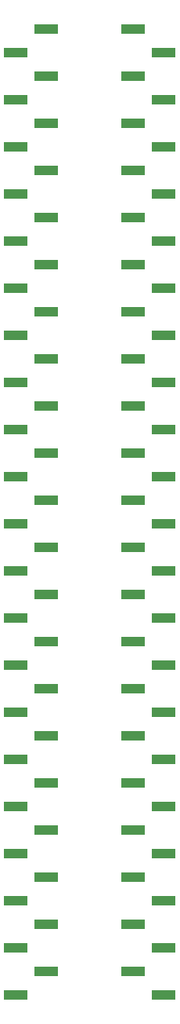
<source format=gbp>
G04 #@! TF.GenerationSoftware,KiCad,Pcbnew,9.0.6*
G04 #@! TF.CreationDate,2026-01-07T12:33:40-06:00*
G04 #@! TF.ProjectId,QFN-80_10x10_P0.4,51464e2d-3830-45f3-9130-7831305f5030,rev?*
G04 #@! TF.SameCoordinates,Original*
G04 #@! TF.FileFunction,Paste,Bot*
G04 #@! TF.FilePolarity,Positive*
%FSLAX46Y46*%
G04 Gerber Fmt 4.6, Leading zero omitted, Abs format (unit mm)*
G04 Created by KiCad (PCBNEW 9.0.6) date 2026-01-07 12:33:40*
%MOMM*%
%LPD*%
G01*
G04 APERTURE LIST*
%ADD10R,2.510000X1.000000*%
G04 APERTURE END LIST*
D10*
X133734395Y-76200994D03*
X130424395Y-78740994D03*
X133734395Y-81280994D03*
X130424395Y-83820994D03*
X133734395Y-86360994D03*
X130424395Y-88900994D03*
X133734395Y-91440994D03*
X130424395Y-93980994D03*
X133734395Y-96520994D03*
X130424395Y-99060994D03*
X133734395Y-101600994D03*
X130424395Y-104140994D03*
X133734395Y-106680994D03*
X130424395Y-109220994D03*
X133734395Y-111760994D03*
X130424395Y-114300994D03*
X133734395Y-116840994D03*
X130424395Y-119380994D03*
X133734395Y-121920994D03*
X130424395Y-124460994D03*
X133734395Y-127000994D03*
X130424395Y-129540994D03*
X133734395Y-132080994D03*
X130424395Y-134620994D03*
X133734395Y-137160994D03*
X130424395Y-139700994D03*
X133734395Y-142240994D03*
X130424395Y-144780994D03*
X133734395Y-147320994D03*
X130424395Y-149860994D03*
X133734395Y-152400994D03*
X130424395Y-154940994D03*
X133734395Y-157480994D03*
X130424395Y-160020994D03*
X133734395Y-162560994D03*
X130424395Y-165100994D03*
X133734395Y-167640994D03*
X130424395Y-170180994D03*
X133734395Y-172720994D03*
X130424395Y-175260994D03*
X133735605Y-177800000D03*
X130425605Y-180340000D03*
X143124718Y-177799244D03*
X146434718Y-180339244D03*
X143125282Y-76200994D03*
X146435282Y-78740994D03*
X143125282Y-81280994D03*
X146435282Y-83820994D03*
X143125282Y-86360994D03*
X146435282Y-88900994D03*
X143125282Y-91440994D03*
X146435282Y-93980994D03*
X143125282Y-96520994D03*
X146435282Y-99060994D03*
X143125282Y-101600994D03*
X146435282Y-104140994D03*
X143125282Y-106680994D03*
X146435282Y-109220994D03*
X143125282Y-111760994D03*
X146435282Y-114300994D03*
X143125282Y-116840994D03*
X146435282Y-119380994D03*
X143125282Y-121920994D03*
X146435282Y-124460994D03*
X143125282Y-127000994D03*
X146435282Y-129540994D03*
X143125282Y-132080994D03*
X146435282Y-134620994D03*
X143125282Y-137160994D03*
X146435282Y-139700994D03*
X143125282Y-142240994D03*
X146435282Y-144780994D03*
X143125282Y-147320994D03*
X146435282Y-149860994D03*
X143125282Y-152400994D03*
X146435282Y-154940994D03*
X143125282Y-157480994D03*
X146435282Y-160020994D03*
X143125282Y-162560994D03*
X146435282Y-165100994D03*
X143125282Y-167640994D03*
X146435282Y-170180994D03*
X143125282Y-172720994D03*
X146435282Y-175260994D03*
M02*

</source>
